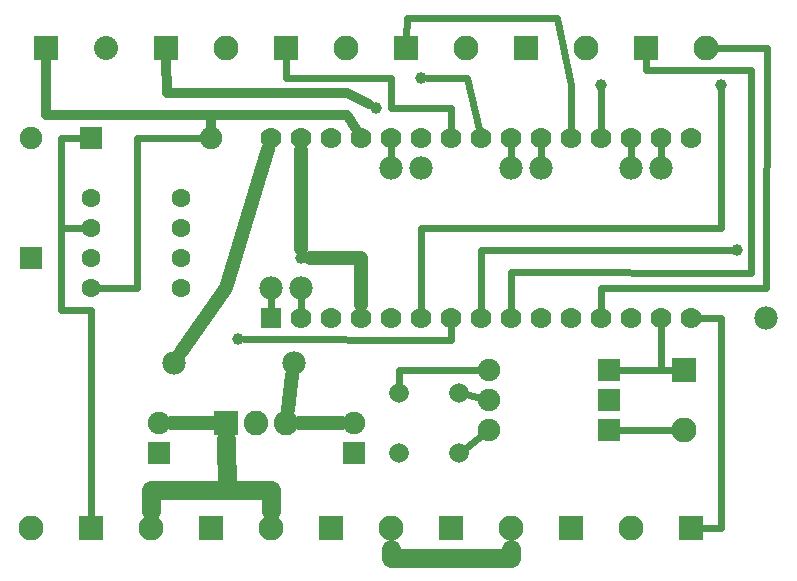
<source format=gtl>
G04 MADE WITH FRITZING*
G04 WWW.FRITZING.ORG*
G04 DOUBLE SIDED*
G04 HOLES PLATED*
G04 CONTOUR ON CENTER OF CONTOUR VECTOR*
%ASAXBY*%
%FSLAX23Y23*%
%MOIN*%
%OFA0B0*%
%SFA1.0B1.0*%
%ADD10C,0.039370*%
%ADD11C,0.078000*%
%ADD12C,0.065418*%
%ADD13C,0.070000*%
%ADD14C,0.063000*%
%ADD15C,0.075000*%
%ADD16C,0.082000*%
%ADD17C,0.080000*%
%ADD18C,0.083307*%
%ADD19R,0.070000X0.069972*%
%ADD20R,0.075000X0.075000*%
%ADD21R,0.082000X0.082000*%
%ADD22R,0.080000X0.080000*%
%ADD23R,0.083307X0.083307*%
%ADD24C,0.024000*%
%ADD25C,0.064000*%
%ADD26C,0.048000*%
%ADD27C,0.032000*%
%LNCOPPER1*%
G90*
G70*
G54D10*
X2506Y1924D03*
X2557Y1376D03*
X2106Y1924D03*
X894Y1077D03*
G54D11*
X1106Y1250D03*
X1006Y1250D03*
X1506Y1650D03*
X1406Y1650D03*
X1906Y1650D03*
X1806Y1650D03*
X2306Y1650D03*
X2206Y1650D03*
X2656Y1150D03*
G54D12*
X1631Y900D03*
X1631Y700D03*
X1431Y900D03*
X1431Y700D03*
G54D13*
X1006Y1150D03*
X1106Y1150D03*
X1206Y1150D03*
X1306Y1150D03*
X1406Y1150D03*
X1506Y1150D03*
X1606Y1150D03*
X1706Y1150D03*
X1806Y1150D03*
X1906Y1150D03*
X2006Y1150D03*
X2106Y1150D03*
X2206Y1150D03*
X2306Y1150D03*
X2406Y1150D03*
X1006Y1750D03*
X1106Y1750D03*
X1206Y1750D03*
X1306Y1750D03*
X1406Y1750D03*
X1506Y1750D03*
X1606Y1750D03*
X1706Y1750D03*
X1806Y1750D03*
X1906Y1750D03*
X2006Y1750D03*
X2106Y1750D03*
X2206Y1750D03*
X2306Y1750D03*
X2406Y1750D03*
G54D14*
X706Y1250D03*
X706Y1350D03*
X706Y1450D03*
X706Y1550D03*
X406Y1550D03*
X406Y1450D03*
X406Y1350D03*
X406Y1250D03*
X706Y1250D03*
X706Y1350D03*
X706Y1450D03*
X706Y1550D03*
X406Y1550D03*
X406Y1450D03*
X406Y1350D03*
X406Y1250D03*
G54D15*
X206Y1350D03*
X206Y1750D03*
X406Y1750D03*
X806Y1750D03*
G54D16*
X856Y800D03*
X956Y800D03*
X1056Y800D03*
G54D15*
X1281Y700D03*
X1281Y800D03*
X631Y700D03*
X631Y800D03*
G54D10*
X1106Y1350D03*
G54D15*
X2131Y775D03*
X1731Y775D03*
X2131Y975D03*
X1731Y975D03*
X2131Y875D03*
X1731Y875D03*
G54D10*
X1354Y1850D03*
X1506Y1950D03*
G54D11*
X1081Y1000D03*
X681Y1000D03*
X1081Y1000D03*
X681Y1000D03*
G54D17*
X256Y2050D03*
X456Y2050D03*
G54D18*
X656Y2050D03*
X856Y2050D03*
X1056Y2050D03*
X1256Y2050D03*
X1456Y2050D03*
X1656Y2050D03*
X1856Y2050D03*
X2056Y2050D03*
X2256Y2050D03*
X2456Y2050D03*
X406Y450D03*
X206Y450D03*
X806Y450D03*
X606Y450D03*
X1206Y450D03*
X1006Y450D03*
X2006Y450D03*
X1806Y450D03*
X2406Y450D03*
X2206Y450D03*
X2381Y975D03*
X2381Y775D03*
X1606Y450D03*
X1406Y450D03*
G54D19*
X1006Y1150D03*
G54D20*
X206Y1350D03*
X406Y1750D03*
G54D21*
X856Y800D03*
G54D20*
X1281Y700D03*
X631Y700D03*
X2131Y775D03*
X2131Y975D03*
X2131Y875D03*
G54D22*
X256Y2050D03*
G54D23*
X656Y2050D03*
X1056Y2050D03*
X1456Y2050D03*
X1856Y2050D03*
X2256Y2050D03*
X406Y450D03*
X806Y450D03*
X1206Y450D03*
X2006Y450D03*
X2406Y450D03*
X2381Y975D03*
X1606Y450D03*
G54D24*
X2538Y1376D02*
X1706Y1376D01*
D02*
X2506Y1905D02*
X2506Y1450D01*
D02*
X2506Y1450D02*
X1506Y1450D01*
D02*
X1506Y1450D02*
X1506Y1179D01*
D02*
X1706Y1376D02*
X1706Y1179D01*
D02*
X2349Y775D02*
X2159Y775D01*
D02*
X2306Y976D02*
X2159Y975D01*
D02*
X2306Y1121D02*
X2306Y976D01*
D02*
X2106Y1779D02*
X2106Y1905D01*
G54D25*
D02*
X1006Y576D02*
X857Y576D01*
D02*
X857Y576D02*
X856Y746D01*
D02*
X606Y576D02*
X606Y505D01*
D02*
X857Y576D02*
X606Y576D01*
D02*
X1006Y505D02*
X1006Y576D01*
G54D24*
D02*
X1431Y976D02*
X1702Y975D01*
D02*
X1431Y933D02*
X1431Y976D01*
D02*
X2306Y976D02*
X2348Y976D01*
D02*
X2306Y1121D02*
X2306Y976D01*
G54D26*
D02*
X854Y1250D02*
X704Y1035D01*
D02*
X994Y1712D02*
X854Y1250D01*
D02*
X1075Y959D02*
X1061Y843D01*
G54D24*
D02*
X1606Y1075D02*
X913Y1077D01*
D02*
X1606Y1121D02*
X1606Y1075D01*
G54D26*
D02*
X812Y800D02*
X670Y800D01*
G54D25*
D02*
X1806Y350D02*
X1806Y379D01*
D02*
X1406Y350D02*
X1806Y350D01*
D02*
X1406Y379D02*
X1406Y350D01*
G54D27*
D02*
X806Y1824D02*
X806Y1785D01*
D02*
X806Y1824D02*
X1257Y1824D01*
D02*
X254Y1824D02*
X806Y1824D01*
D02*
X1257Y1824D02*
X1287Y1779D01*
D02*
X255Y2012D02*
X254Y1824D01*
G54D24*
D02*
X306Y1176D02*
X306Y1450D01*
D02*
X406Y1176D02*
X306Y1176D01*
D02*
X306Y1450D02*
X378Y1450D01*
D02*
X406Y483D02*
X406Y1176D01*
D02*
X1006Y1220D02*
X1006Y1179D01*
D02*
X1106Y1179D02*
X1106Y1220D01*
G54D26*
D02*
X1306Y1350D02*
X1306Y1191D01*
D02*
X1136Y1350D02*
X1306Y1350D01*
G54D24*
D02*
X1703Y882D02*
X1663Y892D01*
D02*
X1708Y758D02*
X1657Y720D01*
D02*
X2206Y1721D02*
X2206Y1680D01*
D02*
X2306Y1721D02*
X2306Y1680D01*
D02*
X1906Y1721D02*
X1906Y1680D01*
D02*
X1806Y1721D02*
X1806Y1680D01*
D02*
X1406Y1721D02*
X1406Y1680D01*
D02*
X557Y1250D02*
X557Y1750D01*
D02*
X433Y1250D02*
X557Y1250D01*
D02*
X557Y1750D02*
X777Y1750D01*
G54D26*
D02*
X1106Y1710D02*
X1106Y1380D01*
D02*
X1099Y800D02*
X1241Y800D01*
G54D24*
D02*
X306Y1750D02*
X306Y1450D01*
D02*
X306Y1450D02*
X378Y1450D01*
D02*
X377Y1750D02*
X306Y1750D01*
D02*
X2657Y2050D02*
X2654Y1250D01*
D02*
X2654Y1250D02*
X2106Y1250D01*
D02*
X2106Y1250D02*
X2106Y1179D01*
D02*
X2488Y2050D02*
X2657Y2050D01*
D02*
X2254Y1976D02*
X2255Y2018D01*
D02*
X2606Y1976D02*
X2254Y1976D01*
D02*
X1806Y1179D02*
X1806Y1302D01*
D02*
X2606Y1298D02*
X2606Y1976D01*
D02*
X1806Y1302D02*
X2606Y1298D01*
G54D27*
D02*
X1257Y1898D02*
X1332Y1861D01*
D02*
X657Y1898D02*
X1257Y1899D01*
D02*
X656Y2014D02*
X657Y1898D01*
G54D24*
D02*
X2006Y1924D02*
X1957Y2150D01*
D02*
X1957Y2150D02*
X1457Y2150D01*
D02*
X2006Y1779D02*
X2006Y1924D01*
D02*
X1457Y2150D02*
X1456Y2081D01*
D02*
X1406Y1850D02*
X1406Y1950D01*
D02*
X1406Y1950D02*
X1054Y1950D01*
D02*
X1606Y1850D02*
X1406Y1850D01*
D02*
X1054Y1950D02*
X1055Y2019D01*
D02*
X1606Y1779D02*
X1606Y1850D01*
D02*
X1657Y1950D02*
X1525Y1950D01*
D02*
X1699Y1779D02*
X1657Y1950D01*
D02*
X2506Y1150D02*
X2506Y450D01*
D02*
X2506Y450D02*
X2437Y450D01*
D02*
X2435Y1150D02*
X2506Y1150D01*
G04 End of Copper1*
M02*
</source>
